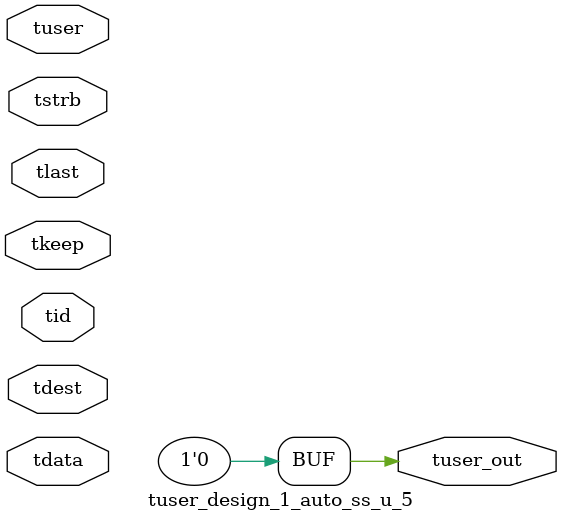
<source format=v>


`timescale 1ps/1ps

module tuser_design_1_auto_ss_u_5 #
(
parameter C_S_AXIS_TUSER_WIDTH = 1,
parameter C_S_AXIS_TDATA_WIDTH = 32,
parameter C_S_AXIS_TID_WIDTH   = 0,
parameter C_S_AXIS_TDEST_WIDTH = 0,
parameter C_M_AXIS_TUSER_WIDTH = 1
)
(
input  [(C_S_AXIS_TUSER_WIDTH == 0 ? 1 : C_S_AXIS_TUSER_WIDTH)-1:0     ] tuser,
input  [(C_S_AXIS_TDATA_WIDTH == 0 ? 1 : C_S_AXIS_TDATA_WIDTH)-1:0     ] tdata,
input  [(C_S_AXIS_TID_WIDTH   == 0 ? 1 : C_S_AXIS_TID_WIDTH)-1:0       ] tid,
input  [(C_S_AXIS_TDEST_WIDTH == 0 ? 1 : C_S_AXIS_TDEST_WIDTH)-1:0     ] tdest,
input  [(C_S_AXIS_TDATA_WIDTH/8)-1:0 ] tkeep,
input  [(C_S_AXIS_TDATA_WIDTH/8)-1:0 ] tstrb,
input                                                                    tlast,
output [C_M_AXIS_TUSER_WIDTH-1:0] tuser_out
);

assign tuser_out = {1'b0};

endmodule


</source>
